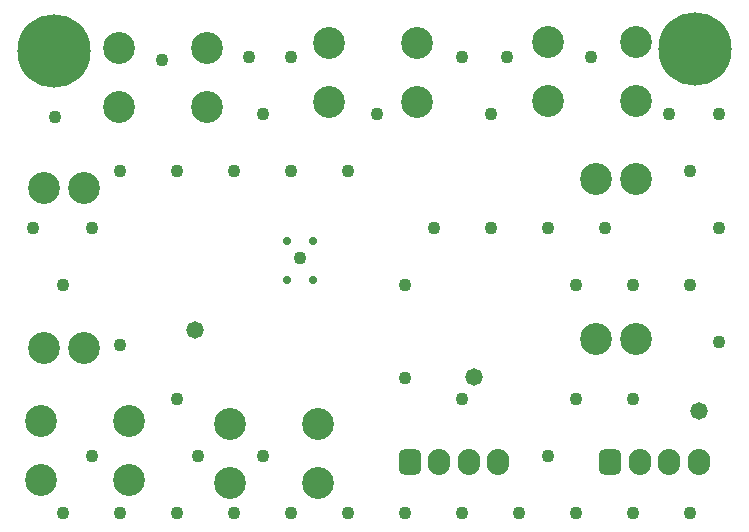
<source format=gbs>
G04*
G04 #@! TF.GenerationSoftware,Altium Limited,Altium Designer,20.2.4 (192)*
G04*
G04 Layer_Color=16711935*
%FSLAX25Y25*%
%MOIN*%
G70*
G04*
G04 #@! TF.SameCoordinates,55D3972F-6CA8-4F6D-9BD0-9A26AD12B5B1*
G04*
G04*
G04 #@! TF.FilePolarity,Negative*
G04*
G01*
G75*
%ADD37C,0.10642*%
%ADD38O,0.07493X0.08674*%
G04:AMPARAMS|DCode=39|XSize=74.93mil|YSize=86.74mil|CornerRadius=20.73mil|HoleSize=0mil|Usage=FLASHONLY|Rotation=0.000|XOffset=0mil|YOffset=0mil|HoleType=Round|Shape=RoundedRectangle|*
%AMROUNDEDRECTD39*
21,1,0.07493,0.04528,0,0,0.0*
21,1,0.03347,0.08674,0,0,0.0*
1,1,0.04146,0.01673,-0.02264*
1,1,0.04146,-0.01673,-0.02264*
1,1,0.04146,-0.01673,0.02264*
1,1,0.04146,0.01673,0.02264*
%
%ADD39ROUNDEDRECTD39*%
%ADD40C,0.24422*%
%ADD41C,0.04343*%
%ADD42C,0.05800*%
%ADD43C,0.02769*%
D37*
X484512Y404000D02*
D03*
X514000D02*
D03*
X484512Y384315D02*
D03*
X514000D02*
D03*
X341512Y402000D02*
D03*
X371000D02*
D03*
X341512Y382315D02*
D03*
X371000D02*
D03*
X345000Y258000D02*
D03*
X315512D02*
D03*
X345000Y277685D02*
D03*
X315512D02*
D03*
X411512Y403685D02*
D03*
X441000D02*
D03*
X411512Y384000D02*
D03*
X441000D02*
D03*
X408000Y257000D02*
D03*
X378512D02*
D03*
X408000Y276685D02*
D03*
X378512D02*
D03*
X316614Y355150D02*
D03*
X330000D02*
D03*
X316614Y302000D02*
D03*
X330000D02*
D03*
X500614Y305000D02*
D03*
X514000D02*
D03*
X500614Y358150D02*
D03*
X514000D02*
D03*
D38*
X468000Y264000D02*
D03*
X458157D02*
D03*
X448315D02*
D03*
X534843D02*
D03*
X525000D02*
D03*
X515158D02*
D03*
D39*
X438472D02*
D03*
X505315D02*
D03*
D40*
X533500Y401500D02*
D03*
X320000Y401000D02*
D03*
D41*
X368000Y266000D02*
D03*
X437000Y292000D02*
D03*
X525000Y380000D02*
D03*
X356000Y398000D02*
D03*
X499000Y399000D02*
D03*
X471000D02*
D03*
X385000D02*
D03*
X320277Y379047D02*
D03*
X312943Y342064D02*
D03*
X402000Y332000D02*
D03*
X342000Y303000D02*
D03*
X541500Y380000D02*
D03*
X532000Y361000D02*
D03*
X541500Y342000D02*
D03*
X532000Y323000D02*
D03*
X541500Y304000D02*
D03*
X532000Y247000D02*
D03*
X513000Y323000D02*
D03*
Y285000D02*
D03*
Y247000D02*
D03*
X503500Y342000D02*
D03*
X494000Y323000D02*
D03*
Y285000D02*
D03*
Y247000D02*
D03*
X484500Y342000D02*
D03*
Y266000D02*
D03*
X475000Y247000D02*
D03*
X456000Y399000D02*
D03*
X465500Y380000D02*
D03*
Y342000D02*
D03*
X456000Y285000D02*
D03*
Y247000D02*
D03*
X446500Y342000D02*
D03*
X437000Y323000D02*
D03*
Y247000D02*
D03*
X427500Y380000D02*
D03*
X418000Y361000D02*
D03*
Y247000D02*
D03*
X399000Y399000D02*
D03*
Y361000D02*
D03*
Y247000D02*
D03*
X389500Y380000D02*
D03*
X380000Y361000D02*
D03*
X389500Y266000D02*
D03*
X380000Y247000D02*
D03*
X361000Y361000D02*
D03*
Y285000D02*
D03*
Y247000D02*
D03*
X342000Y361000D02*
D03*
Y247000D02*
D03*
X332500Y342000D02*
D03*
X323000Y323000D02*
D03*
X332500Y266000D02*
D03*
X323000Y247000D02*
D03*
D42*
X367000Y308000D02*
D03*
X535000Y281000D02*
D03*
X459752Y292248D02*
D03*
D43*
X397669Y337496D02*
D03*
X406331Y324504D02*
D03*
X397669D02*
D03*
X406331Y337496D02*
D03*
M02*

</source>
